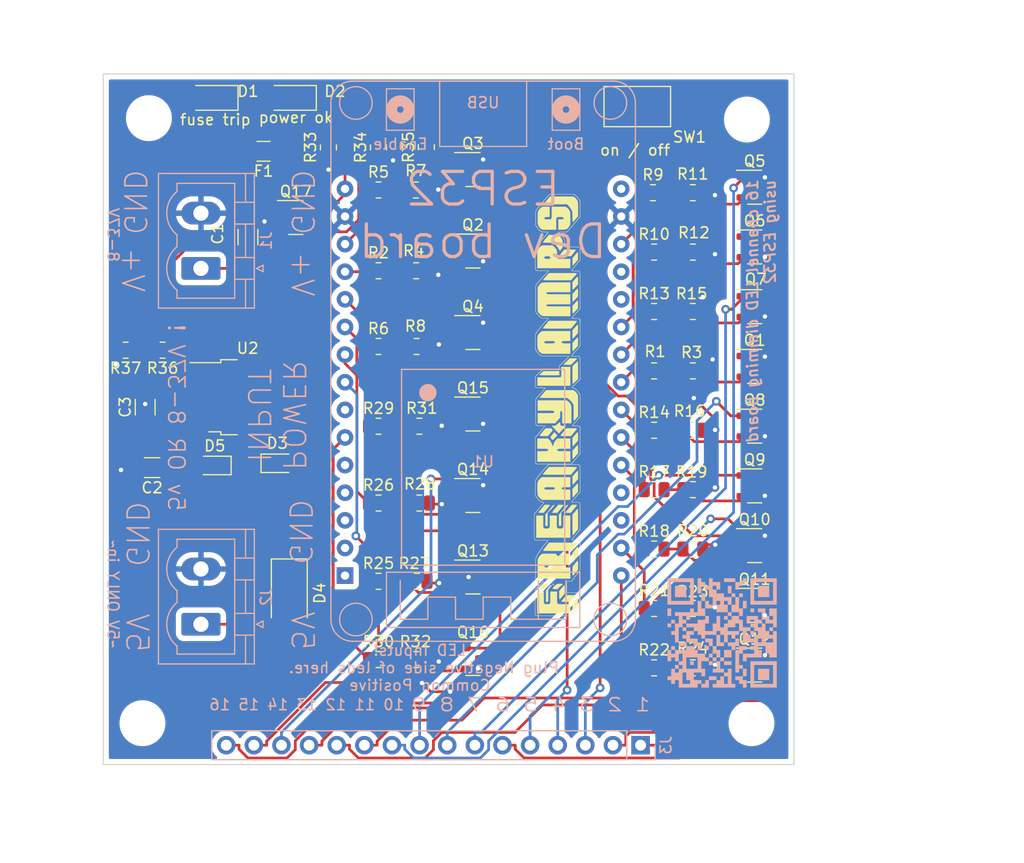
<source format=kicad_pcb>
(kicad_pcb (version 20211014) (generator pcbnew)
  (layers (0 "F.Cu" signal) (31 "B.Cu" signal) (34 "B.Paste" user) (35 "F.Paste" user) (36 "B.SilkS" user "B.Silkscreen") (37 "F.SilkS" user "F.Silkscreen") (38 "B.Mask" user) (39 "F.Mask" user) (44 "Edge.Cuts" user))
  (net 0 "")
  (net 1 "Net-(C2-Pad1)")
  (net 2 "GND")
  (net 3 "+5V")
  (net 4 "+VDC")
  (net 5 "Net-(D1-Pad1)")
  (net 6 "LED_1")
  (net 7 "LED_2")
  (net 8 "LED_3")
  (net 9 "LED_4")
  (net 10 "LED_5")
  (net 11 "LED_6")
  (net 12 "LED_7")
  (net 13 "LED_8")
  (net 14 "LED_9")
  (net 15 "LED_10")
  (net 16 "LED_11")
  (net 17 "LED_12")
  (net 18 "LED_13")
  (net 19 "LED_14")
  (net 20 "LED_15")
  (net 21 "LED_16")
  (net 22 "Net-(Q1-Pad2)")
  (net 23 "Net-(Q2-Pad2)")
  (net 24 "Net-(Q3-Pad2)")
  (net 25 "Net-(Q4-Pad2)")
  (net 26 "Net-(Q5-Pad2)")
  (net 27 "Net-(Q6-Pad2)")
  (net 28 "Net-(Q7-Pad2)")
  (net 29 "Net-(Q8-Pad2)")
  (net 30 "Net-(Q9-Pad2)")
  (net 31 "Net-(Q10-Pad2)")
  (net 32 "Net-(Q11-Pad2)")
  (net 33 "Net-(Q12-Pad2)")
  (net 34 "Net-(Q13-Pad2)")
  (net 35 "Net-(Q14-Pad2)")
  (net 36 "Net-(Q15-Pad2)")
  (net 37 "Net-(Q16-Pad2)")
  (net 38 "PWM_1")
  (net 39 "PWM_3")
  (net 40 "PWM_5")
  (net 41 "PWM_7")
  (net 42 "PWM_9")
  (net 43 "PWM_11")
  (net 44 "PWM_13")
  (net 45 "PWM_15")
  (net 46 "PWM_2")
  (net 47 "PWM_4")
  (net 48 "PWM_6")
  (net 49 "PWM_8")
  (net 50 "PWM_10")
  (net 51 "PWM_12")
  (net 52 "PWM_14")
  (net 53 "PWM_16")
  (net 54 "Net-(D1-Pad2)")
  (net 66 "Net-(D2-Pad1)")
  (net 67 "Net-(D4-Pad2)")
  (net 68 "Net-(R36-Pad2)")
  (net 69 "esp32_power")
  (net 70 "Net-(F1-Pad1)")
  (footprint "Resistor_SMD:R_0805_2012Metric" (layer "F.Cu") (at 139.5495 72.644)
    (fp_text reference "R13")
    (fp_text value "100")
  )
  (footprint "Capacitor_SMD:C_1206_3216Metric_Pad1.33x1.80mm_HandSolder" (layer "F.Cu") (at 93.3875 87 180)
    (fp_text reference "C2")
    (fp_text value "0.1uF")
  )
  (footprint "Resistor_SMD:R_0805_2012Metric" (layer "F.Cu") (at 114.204 90.2547)
    (fp_text reference "R26")
    (fp_text value "100")
  )
  (footprint "Resistor_SMD:R_0805_2012Metric" (layer "F.Cu") (at 143.1055 67.183 180)
    (fp_text reference "R12")
    (fp_text value "10k")
  )
  (footprint "Resistor_SMD:R_0805_2012Metric" (layer "F.Cu") (at 117.633 61.468 180)
    (fp_text reference "R7")
    (fp_text value "10k")
  )
  (footprint "Resistor_SMD:R_0805_2012Metric" (layer "F.Cu") (at 114.204 104.648)
    (fp_text reference "R30")
    (fp_text value "100")
  )
  (footprint "Resistor_SMD:R_0805_2012Metric" (layer "F.Cu") (at 139.5495 89.027)
    (fp_text reference "R17")
    (fp_text value "100")
  )
  (footprint "Resistor_SMD:R_0805_2012Metric" (layer "F.Cu") (at 118.6 57.531 90)
    (fp_text reference "R35")
    (fp_text value "1K")
  )
  (footprint "Resistor_SMD:R_0805_2012Metric" (layer "F.Cu") (at 114.204 97.4513)
    (fp_text reference "R25")
    (fp_text value "100")
  )
  (footprint "Package_TO_SOT_SMD:SOT-23" (layer "F.Cu") (at 148.7955 77.6922)
    (fp_text reference "Q1")
    (fp_text value "NMOS")
  )
  (footprint "Resistor_SMD:R_0805_2012Metric" (layer "F.Cu") (at 143.1055 61.722 180)
    (fp_text reference "R11")
    (fp_text value "10k")
  )
  (footprint "MountingHole:MountingHole_3.2mm_M3" (layer "F.Cu") (at 93.091 54.864)
    (fp_text reference "MH1" hide)
    (fp_text value "MountingHole_3.2mm_M3")
  )
  (footprint "Diode_SMD:D_SOD-323" (layer "F.Cu") (at 104.9 86.6)
    (fp_text reference "D3")
    (fp_text value "1N4148")
  )
  (footprint "Capacitor_SMD:C_1206_3216Metric_Pad1.33x1.80mm_HandSolder" (layer "F.Cu") (at 102.2 65.8 90)
    (fp_text reference "C1")
    (fp_text value "4.7u")
  )
  (footprint "Package_TO_SOT_SMD:SOT-23" (layer "F.Cu") (at 106.6 64)
    (fp_text reference "Q17")
    (fp_text value "Q_PMOS_DGS")
  )
  (footprint "Resistor_SMD:R_0805_2012Metric" (layer "F.Cu") (at 139.5495 83.566)
    (fp_text reference "R14")
    (fp_text value "100")
  )
  (footprint "Resistor_SMD:R_0805_2012Metric" (layer "F.Cu") (at 90.95 76.2 180)
    (fp_text reference "R37")
    (fp_text value "750")
  )
  (footprint "Resistor_SMD:R_0805_2012Metric" (layer "F.Cu") (at 94.35 76.2 180)
    (fp_text reference "R36")
    (fp_text value "240")
  )
  (footprint "Resistor_SMD:R_0805_2012Metric" (layer "F.Cu") (at 114.204 83.1955)
    (fp_text reference "R29")
    (fp_text value "100")
  )
  (footprint "Package_TO_SOT_SMD:SOT-23" (layer "F.Cu") (at 122.8875 82.07)
    (fp_text reference "Q15")
    (fp_text value "NMOS")
  )
  (footprint "Diode_SMD:D_SOD-323" (layer "F.Cu") (at 99.15 86.8 180)
    (fp_text reference "D5")
    (fp_text value "1N4148")
  )
  (footprint "Resistor_SMD:R_0805_2012Metric" (layer "F.Cu") (at 117.7055 75.8613 180)
    (fp_text reference "R8")
    (fp_text value "10k")
  )
  (footprint "Package_TO_SOT_SMD:SOT-23" (layer "F.Cu") (at 122.8875 104.549)
    (fp_text reference "Q16")
    (fp_text value "NMOS")
  )
  (footprint "Package_TO_SOT_SMD:SOT-23" (layer "F.Cu") (at 122.8875 59.591)
    (fp_text reference "Q3")
    (fp_text value "NMOS")
  )
  (footprint "Package_TO_SOT_SMD:SOT-23" (layer "F.Cu") (at 148.7955 88.6777)
    (fp_text reference "Q9")
    (fp_text value "NMOS")
  )
  (footprint "Package_TO_SOT_SMD:SOT-23" (layer "F.Cu") (at 122.8875 97.056)
    (fp_text reference "Q13")
    (fp_text value "NMOS")
  )
  (footprint "Resistor_SMD:R_0805_2012Metric" (layer "F.Cu") (at 143.1055 94.488 180)
    (fp_text reference "R20")
    (fp_text value "10k")
  )
  (footprint "Resistor_SMD:R_0805_2012Metric" (layer "F.Cu") (at 139.5495 67.183)
    (fp_text reference "R10")
    (fp_text value "100")
  )
  (footprint "Resistor_SMD:R_0805_2012Metric" (layer "F.Cu") (at 143.1055 83.566 180)
    (fp_text reference "R16")
    (fp_text value "10k")
  )
  (footprint "Resistor_SMD:R_0805_2012Metric" (layer "F.Cu") (at 109.6 57.5545 90)
    (fp_text reference "R33")
    (fp_text value "1K")
  )
  (footprint "Package_TO_SOT_SMD:SOT-23" (layer "F.Cu") (at 148.7955 105.156)
    (fp_text reference "Q12")
    (fp_text value "NMOS")
  )
  (footprint "Resistor_SMD:R_0805_2012Metric" (layer "F.Cu") (at 117.9595 90.2547 180)
    (fp_text reference "R28")
    (fp_text value "10k")
  )
  (footprint "Package_TO_SOT_SMD:SOT-23" (layer "F.Cu") (at 148.7955 66.7067)
    (fp_text reference "Q6")
    (fp_text value "NMOS")
  )
  (footprint "Package_TO_SOT_SMD:SOT-23" (layer "F.Cu") (at 122.8875 74.577)
    (fp_text reference "Q4")
    (fp_text value "NMOS")
  )
  (footprint "Resistor_SMD:R_0805_2012Metric" (layer "F.Cu") (at 139.5495 94.488)
    (fp_text reference "R18")
    (fp_text value "100")
  )
  (footprint "Diode_SMD:D_SMA" (layer "F.Cu") (at 106 98.8 -90)
    (fp_text reference "D4")
    (fp_text value "D_Schottky")
  )
  (footprint "Package_TO_SOT_SMD:SOT-23" (layer "F.Cu") (at 148.7955 61.214)
    (fp_text reference "Q5")
    (fp_text value "NMOS")
  )
  (footprint "Resistor_SMD:R_0805_2012Metric" (layer "F.Cu") (at 114.204 75.8613)
    (fp_text reference "R6")
    (fp_text value "100")
  )
  (footprint "LED_SMD:LED_1206_3216Metric" (layer "F.Cu") (at 106.2 53 180)
    (fp_text reference "D2")
    (fp_text value "power OK")
  )
  (footprint "Resistor_SMD:R_0805_2012Metric" (layer "F.Cu") (at 117.9595 83.1955 180)
    (fp_text reference "R31")
    (fp_text value "10k")
  )
  (footprint "Package_TO_SOT_SMD:SOT-23" (layer "F.Cu") (at 148.7955 94.1705)
    (fp_text reference "Q10")
    (fp_text value "NMOS")
  )
  (footprint "Resistor_SMD:R_0805_2012Metric" (layer "F.Cu") (at 143.1055 72.644 180)
    (fp_text reference "R15")
    (fp_text value "10k")
  )
  (footprint "Resistor_SMD:R_0805_2012Metric" (layer "F.Cu") (at 117.666 68.8938 180)
    (fp_text reference "R4")
    (fp_text value "10k")
  )
  (footprint "LED_SMD:LED_1206_3216Metric" (layer "F.Cu") (at 99 53 180)
    (fp_text reference "D1")
    (fp_text value "Fuse Trip")
  )
  (footprint "Package_TO_SOT_SMD:TO-252-2" (layer "F.Cu") (at 102.175 80.525)
    (fp_text reference "U2")
    (fp_text value "LM317_TO-252")
  )
  (footprint "Resistor_SMD:R_0805_2012Metric" (layer "F.Cu") (at 143.1055 99.949 180)
    (fp_text reference "R23")
    (fp_text value "10k")
  )
  (footprint "Capacitor_SMD:C_1206_3216Metric_Pad1.33x1.80mm_HandSolder" (layer "F.Cu") (at 92.75 81.4375 90)
    (fp_text reference "C3")
    (fp_text value "1uF")
  )
  (footprint "Package_TO_SOT_SMD:SOT-23" (layer "F.Cu") (at 148.7955 83.185)
    (fp_text reference "Q8")
    (fp_text value "NMOS")
  )
  (footprint "Resistor_SMD:R_0805_2012Metric" (layer "F.Cu") (at 114.204 68.8938)
    (fp_text reference "R2")
    (fp_text value "100")
  )
  (footprint "Resistor_SMD:R_0805_2012Metric" (layer "F.Cu") (at 114.204 61.468)
    (fp_text reference "R5")
    (fp_text value "100")
  )
  (footprint "MountingHole:MountingHole_3.2mm_M3" (layer "F.Cu") (at 92.5 110.5)
    (fp_text reference "MH3" hide)
    (fp_text value "MountingHole_3.2mm_M3")
  )
  (footprint "Resistor_SMD:R_0805_2012Metric" (layer "F.Cu") (at 143.1055 89.027 180)
    (fp_text reference "R19")
    (fp_text value "10k")
  )
  (footprint "Button_Switch_SMD:SW_SPST_CK_RS282G05A3" (layer "F.Cu") (at 138 53.8)
    (fp_text reference "SW1")
    (fp_text value "SW_SPST")
  )
  (footprint "Fuse:Fuse_1206_3216Metric" (layer "F.Cu") (at 103.632 57.912 180)
    (fp_text reference "F1")
    (fp_text value "resettable fuse")
  )
  (footprint "Package_TO_SOT_SMD:SOT-23" (layer "F.Cu") (at 148.7955 99.6632)
    (fp_text reference "Q11")
    (fp_text value "NMOS")
  )
  (footprint "Package_TO_SOT_SMD:SOT-23" (layer "F.Cu") (at 148.7955 72.1995)
    (fp_text reference "Q7")
    (fp_text value "NMOS")
  )
  (footprint "MountingHole:MountingHole_3.2mm_M3" (layer "F.Cu") (at 148.5 110.5)
    (fp_text reference "MH4" hide)
    (fp_text value "MountingHole_3.2mm_M3")
  )
  (footprint "Package_TO_SOT_SMD:SOT-23" (layer "F.Cu") (at 122.8875 67.084)
    (fp_text reference "Q2")
    (fp_text value "NMOS")
  )
  (footprint "Resistor_SMD:R_0805_2012Metric" (layer "F.Cu") (at 114.2 57.5545 90)
    (fp_text reference "R34")
    (fp_text value "10k")
  )
  (footprint "MountingHole:MountingHole_3.2mm_M3" (layer "F.Cu") (at 148.082 54.991)
    (fp_text reference "MH2" hide)
    (fp_text value "MountingHole_3.2mm_M3")
  )
  (footprint "Resistor_SMD:R_0805_2012Metric" (layer "F.Cu") (at 117.7525 97.4513 180)
    (fp_text reference "R27")
    (fp_text value "10k")
  )
  (footprint "Resistor_SMD:R_0805_2012Metric" (layer "F.Cu") (at 117.682 104.648 180)
    (fp_text reference "R32")
    (fp_text value "10k")
  )
  (footprint "Resistor_SMD:R_0805_2012Metric" (layer "F.Cu") (at 139.5495 105.41)
    (fp_text reference "R22")
    (fp_text value "100")
  )
  (footprint "william_custom:freakylampsLogo_smaller" (layer "F.Cu") (at 131 81.4 90)
    (fp_text reference "G***" hide)
    (fp_text value "LOGO" hide)
  )
  (footprint "Package_TO_SOT_SMD:SOT-23" (layer "F.Cu") (at 122.8875 89.563)
    (fp_text reference "Q14")
    (fp_text value "NMOS")
  )
  (footprint "Resistor_SMD:R_0805_2012Metric" (layer "F.Cu") (at 143.1055 105.41 180)
    (fp_text reference "R24")
    (fp_text value "10k")
  )
  (footprint "Resistor_SMD:R_0805_2012Metric" (layer "F.Cu") (at 139.5495 78.105)
    (fp_text reference "R1")
    (fp_text value "100")
  )
  (footprint "Resistor_SMD:R_0805_2012Metric" (layer "F.Cu") (at 143.1055 78.105 180)
    (fp_text reference "R3")
    (fp_text value "10k")
  )
  (footprint "Resistor_SMD:R_0805_2012Metric" (layer "F.Cu") (at 139.5495 99.949)
    (fp_text reference "R21")
    (fp_text value "100")
  )
  (footprint "Resistor_SMD:R_0805_2012Metric" (layer "F.Cu") (at 139.446 61.722)
    (fp_text reference "R9")
    (fp_text value "100")
  )
  (footprint "william_custom:16_channel_pcb" (layer "B.Cu") (at 145.8 102.2 180)
    (fp_text reference "G1" hide)
    (fp_text value "LOGO" hide)
  )
  (footprint "Connector_PinHeader_2.54mm:PinHeader_1x16_P2.54mm_Vertical" (layer "B.Cu") (at 138.303 112.522 90)
    (fp_text reference "J3")
    (fp_text value "Conn_01x16")
  )
  (footprint "Connector_Phoenix_MSTB:PhoenixContact_MSTBVA_2,5_2-G-5,08_1x02_P5.08mm_Vertical" (layer "B.Cu") (at 97.8775 101.4 90)
    (fp_text reference "J2")
    (fp_text value "Conn_01x02")
  )
  (footprint "Espressif:esp32_devkit_v1_doit" (layer "B.Cu") (at 123.825 96.926)
    (fp_text reference "U1")
    (fp_text value "ESP32_DevKit_V1_DOIT")
  )
  (footprint "Connector_Phoenix_MSTB:PhoenixContact_MSTBVA_2,5_2-G-5,08_1x02_P5.08mm_Vertical" (layer "B.Cu") (at 97.8775 68.68 90)
    (fp_text reference "J1")
    (fp_text value "Conn_01x02")
  )
  (gr_line (start 88.9 50.8) (end 88.9 114.3) (layer "Edge.Cuts") (width 0.1))
  (gr_line (start 88.9 114.3) (end 152.4 114.3) (layer "Edge.Cuts") (width 0.1))
  (gr_line (start 152.4 50.8) (end 88.9 50.8) (layer "Edge.Cuts") (width 0.1))
  (gr_line (start 152.4 114.3) (end 152.4 50.8) (layer "Edge.Cuts") (width 0.1))
  (gr_text "5v OR 8-37V !" (at 95.6 82.4 270) (layer "B.SilkS") (effects (font (size 1.5 1.5)) (justify mirror)))
  (gr_text "V+" (at 91.6 68.8 270) (layer "B.SilkS") (effects (font (size 2 2)) (justify mirror)))
  (gr_text "POWER\nINPUT" (at 104.8 82.2 270) (layer "B.SilkS") (effects (font (size 2 2)) (justify mirror)))
  (gr_text "8-37V" (at 89.8 65.6 270) (layer "B.SilkS") (effects (font (size 1 1)) (justify mirror)))
  (gr_text "5V" (at 107.2 102 270) (layer "B.SilkS") (effects (font (size 2 2)) (justify mirror)))
  (gr_text "10 11 12 13 14 15 16" (at 107.6 108.8) (layer "B.SilkS") (effects (font (size 1 1)) (justify mirror)))
  (gr_text "GND	\n	" (at 90.4 92.4 270) (layer "B.SilkS") (effects (font (size 2 2)) (justify mirror)))
  (gr_text "1 2 3 4 5 6 7 8 9" (at 128.2 108.8) (layer "B.SilkS") (effects (font (size 1.2 1.5)) (justify mirror)))
  (gr_text "16 channel LED dimming board\nusing ESP32" (at 149.4 60.4 90) (layer "B.SilkS") (effects (font (size 1 1) (thickness 0.1875) italic) (justify left mirror)))
  (gr_text "V+" (at 107.2 69.2 270) (layer "B.SilkS") (effects (font (size 2 2)) (justify mirror)))
  (gr_text "GND" (at 107.2 62.6 270) (layer "B.SilkS") (effects (font (size 2 2)) (justify mirror)))
  (gr_text "~5V ONLY in~" (at 89.8 98.6 270) (layer "B.SilkS") (effects (font (size 1 1)) (justify mirror)))
  (gr_text "GND	\n	" (at 105.4 92.2 270) (layer "B.SilkS") (effects (font (size 2 2)) (justify mirror)))
  (gr_text "ESP32\nDev board" (at 123.8 63.8) (layer "B.SilkS") (effects (font (size 3 3) (thickness 0.3)) (justify mirror)))
  (gr_text "GND" (at 91.8 62.6 270) (layer "B.SilkS") (effects (font (size 2 2)) (justify mirror)))
  (gr_text "5V" (at 92 102.2 270) (layer "B.SilkS") (effects (font (size 2 2)) (justify mirror)))
  (gr_text "LED inputs!\nPlug Negative side of leds here. \nCommon Positive" (at 118 105.4) (layer "B.SilkS") (effects (font (size 1 1)) (justify mirror)))
  (gr_text "fuse trip" (at 99.2 55) (layer "F.SilkS") (effects (font (size 1 1))))
  (gr_text "on / off" (at 137.8 57.8) (layer "F.SilkS") (effects (font (size 1 1))))
  (gr_text "power ok" (at 106.6 54.8) (layer "F.SilkS") (effects (font (size 1 1))))
  (segment (start 97.975 83.7301) (end 97.975 84.3738) (width 0.25) (layer "F.Cu") (net 1))
  (segment (start 99.8511 86.2499) (end 100.2 86.2499) (width 0.25) (layer "F.Cu") (net 1))
  (segment (start 97.975 82.805) (end 97.975 83.7301) (width 0.25) (layer "F.Cu") (net 1))
  (segment (start 103.1498 86.5249) (end 103.2249 86.6) (width 0.25) (layer "F.Cu") (net 1))
  (segment (start 100.2 86.5249) (end 100.2 86.2499) (width 0.25) (layer "F.Cu") (net 1))
  (segment (start 97.975 84.3738) (end 99.8511 86.2499) (width 0.25) (layer "F.Cu") (net 1))
  (segment (start 103.85 86.6) (end 103.2249 86.6) (width 0.25) (layer "F.Cu") (net 1))
  (segment (start 100.2 86.5249) (end 103.1498 86.5249) (width 0.25) (layer "F.Cu") (net 1))
  (segment (start 97.975 84.3738) (end 95.3488 87) (width 0.25) (layer "F.Cu") (net 1))
  (segment (start 95.3488 87) (end 94.95 87) (width 0.25) (layer "F.Cu") (net 1))
  (segment (start 100.2 86.8) (end 100.2 86.5249) (width 0.25) (layer "F.Cu") (net 1))
  (segment (start 145.1521 82.5521) (end 143.2 80.6) (width 0.25) (layer "F.Cu") (net 2))
  (segment (start 120.8 107.6) (end 119 107.6) (width 0.25) (layer "F.Cu") (net 2))
  (segment (start 144.1124 99.8546) (end 144.018 99.949) (width 0.25) (layer "F.Cu") (net 2))
  (segment (start 149.733 73.1012) (end 149.733 72.1995) (width 0.25) (layer "F.Cu") (net 2))
  (segment (start 118.9748 90.3575) (end 118.872 90.2547) (width 0.25) (layer "F.Cu") (net 2))
  (segment (start 122.4851 97.056) (end 123.825 97.056) (width 0.25) (layer "F.Cu") (net 2))
  (segment (start 149.733 105.156) (end 149.733 104.2495) (width 0.25) (layer "F.Cu") (net 2))
  (segment (start 120.018 90.3575) (end 118.9748 90.3575) (width 0.25) (layer "F.Cu") (net 2))
  (segment (start 118.296 58.7475) (end 118.6 58.4435) (width 0.25) (layer "F.Cu") (net 2))
  (segment (start 119.7551 75.6752) (end 118.8041 75.6752) (width 0.25) (layer "F.Cu") (net 2))
  (segment (start 118.8262 97.6125) (end 118.665 97.4513) (width 0.25) (layer "F.Cu") (net 2))
  (segment (start 123.825 59.591) (end 123.825 58.6668) (width 0.25) (layer "F.Cu") (net 2))
  (segment (start 115.5405 58.7475) (end 118.296 58.7475) (width 0.25) (layer "F.Cu") (net 2))
  (segment (start 149.733 84.1152) (end 149.733 83.185) (width 0.25) (layer "F.Cu") (net 2))
  (segment (start 145.1521 83.5304) (end 145.1521 82.5521) (width 0.25) (layer "F.Cu") (net 2))
  (segment (start 149.733 100.5801) (end 149.733 99.6632) (width 0.25) (layer "F.Cu") (net 2))
  (segment (start 145.1438 61.9417) (end 144.2377 61.9417) (width 0.25) (layer "F.Cu") (net 2))
  (segment (start 149.733 76.7863) (end 149.733 77.6922) (width 0.25) (layer "F.Cu") (net 2))
  (segment (start 144.018 77.9593) (end 144.018 78.105) (width 0.25) (layer "F.Cu") (net 2))
  (segment (start 118.9181 83.1494) (end 118.872 83.1955) (width 0.25) (layer "F.Cu") (net 2))
  (segment (start 145.1521 83.5304) (end 144.0536 83.5304) (width 0.25) (layer "F.Cu") (net 2))
  (segment (start 123.825 82.9722) (end 123.825 82.07) (width 0.25) (layer "F.Cu") (net 2))
  (segment (start 119 107.6) (end 118.2 106.8) (width 0.25) (layer "F.Cu") (net 2))
  (segment (start 119.6966 61.4322) (end 118.5813 61.4322) (width 0.25) (layer "F.Cu") (net 2))
  (segment (start 123.3736 105.4547) (end 123.825 105.0033) (width 0.25) (layer "F.Cu") (net 2))
  (segment (start 123.825 105.0033) (end 123.825 104.549) (width 0.25) (layer "F.Cu") (net 2))
  (segment (start 145.1357 88.8251) (end 144.2199 88.8251) (width 0.25) (layer "F.Cu") (net 2))
  (segment (start 144.4234 94.0826) (end 144.018 94.488) (width 0.25) (layer "F.Cu") (net 2))
  (segment (start 119.7413 104.8293) (end 118.7758 104.8293) (width 0.25) (layer "F.Cu") (net 2))
  (segment (start 119.6999 69.2727) (end 118.9574 69.2727) (width 0.25) (layer "F.Cu") (net 2))
  (segment (start 149.733 89.5898) (end 149.733 88.6777) (width 0.25) (layer "F.Cu") (net 2))
  (segment (start 91.6091 87.2159) (end 91.825 87) (width 0.25) (layer "F.Cu") (net 2))
  (segment (start 118.5813 61.4322) (end 118.5455 61.468) (width 0.25) (layer "F.Cu") (net 2))
  (segment (start 145.1448 67.3722) (end 144.2072 67.3722) (width 0.25) (layer "F.Cu") (net 2))
  (segment (start 144.2199 88.8251) (end 144.018 89.027) (width 0.25) (layer "F.Cu") (net 2))
  (segment (start 119.7827 97.6125) (end 118.8262 97.6125) (width 0.25) (layer "F.Cu") (net 2))
  (segment (start 144.0536 83.5304) (end 144.018 83.566) (width 0.25) (layer "F.Cu") (net 2))
  (segment (start 118.8041 75.6752) (end 118.618 75.8613) (width 0.25) (layer "F.Cu") (net 2))
  (segment (start 149.733 67.6277) (end 149.733 66.7067) (width 0.25) (layer "F.Cu") (net 2))
  (segment (start 118.9574 69.2727) (end 118.5785 68.8938) (width 0.25) (layer "F.Cu") (net 2))
  (segment (start 144.9247 77.0526) (end 144.018 77.9593) (width 0.25) (layer "F.Cu") (net 2))
  (segment (start 109.6 59.5967) (end 109.6 58.467) (width 0.25) (layer "F.Cu") (net 2))
  (segment (start 102.3231 64.3606) (end 102.2 64.2375) (width 0.25) (layer "F.Cu") (net 2))
  (segment (start 120.018 83.1494) (end 118.9181 83.1494) (width 0.25) (layer "F.Cu") (net 2))
  (segment (start 123.825 73.6722) (end 123.825 74.577) (width 0.25) (layer "F.Cu") (net 2))
  (segment (start 123.825 88.6162) (end 123.825 89.563) (width 0.25) (layer "F.Cu") (net 2))
  (segment (start 145.1642 94.0826) (end 144.4234 94.0826) (width 0.25) (layer "F.Cu") (net 2))
  (segment (start 123.825 67.084) (end 123.825 68.0212) (width 0.25) (layer "F.Cu") (net 2))
  (segment (start 118.7758 104.8293) (end 118.5945 104.648) (width 0.25) (layer "F.Cu") (net 2))
  (segment (start 114.4805 58.7475) (end 115.5405 58.7475) (width 0.25) (layer "F.Cu") (net 2))
  (segment (start 90.5275 87.2159) (end 91.6091 87.2159) (width 0.25) (layer "F.Cu") (net 2))
  (segment (start 114.2 58.467) (end 114.4805 58.7475) (width 0.25) (layer "F.Cu") (net 2))
  (segment (start 92.75 79.875) (end 92.75 81.1461) (width 0.25) (layer "F.Cu") (net 2))
  (segment (start 144.2072 67.3722) (end 144.018 67.183) (width 0.25) (layer "F.Cu") (net 2))
  (segment (start 90.0375 76.2) (end 90.0375 77.5199) (width 0.25) (layer "F.Cu") (net 2))
  (segment (start 149.733 61.214) (end 149.733 60.3102) (width 0.25) (layer "F.Cu") (net 2))
  (segment (start 145.1317 99.8546) (end 144.1124 99.8546) (width 0.25) (layer "F.Cu") (net 2))
  (segment (start 144.3111 105.1169) (end 144.018 105.41) (width 0.25) (layer "F.Cu") (net 2))
  (segment (start 144.018 72.644) (end 144.018 71.3128) (width 0.25) (layer "F.Cu") (net 2))
  (segment (start 145.1447 105.1169) (end 144.3111 105.1169) (width 0.25) (layer "F.Cu") (net 2))
  (segment (start 149.733 93.2584) (end 149.733 94.1705) (width 0.25) (layer "F.Cu") (net 2))
  (segment (start 144.2377 61.9417) (end 144.018 61.722) (width 0.25) (layer "F.Cu") (net 2))
  (segment (start 103.7204 64.3606) (end 102.3231 64.3606) (width 0.25) (layer "F.Cu") (net 2))
  (via (at 119.7413 104.8293) (size 0.8) (drill 0.4) (layers "F.Cu" "B.Cu") (net 2))
  (via (at 123.825 58.6668) (size 0.8) (drill 0.4) (layers "F.Cu" "B.Cu") (net 2))
  (via (at 145.1357 88.8251) (size 0.8) (drill 0.4) (layers "F.Cu" "B.Cu") (net 2))
  (via (at 145.1448 67.3722) (size 0.8) (drill 0.4) (layers "F.Cu" "B.Cu") (net 2))
  (via (at 119.7551 75.6752) (size 0.8) (drill 0.4) (layers "F.Cu" "B.Cu") (net 2))
  (via (at 149.733 60.3102) (size 0.8) (drill 0.4) (layers "F.Cu" "B.Cu") (net 2))
  (via (at 145.1521 83.5304) (size 0.8) (drill 0.4) (layers "F.Cu" "B.Cu") (net 2))
  (via (at 120.018 83.1494) (size 0.8) (drill 0.4) (layers "F.Cu" "B.Cu") (net 2))
  (via (at 145.1438 61.9417) (size 0.8) (drill 0.4) (layers "F.Cu" "B.Cu") (net 2))
  (via (at 144.018 71.3128) (size 0.8) (drill 0.4) (layers "F.Cu" "B.Cu") (net 2))
  (via (at 149.733 89.5898) (size 0.8) (drill 0.4) (layers "F.Cu" "B.Cu") (net 2))
  (via (at 115.5405 58.7475) (size 0.8) (drill 0.4) (layers "F.Cu" "B.Cu") (net 2))
  (via (at 145.1642 94.0826) (size 0.8) (drill 0.4) (layers "F.Cu" "B.Cu") (net 2))
  (via (at 120.8 107.6) (size 0.8) (drill 0.4) (layers "F.Cu" "B.Cu") (net 2))
  (via (at 149.733 104.2495) (size 0.8) (drill 0.4) (layers "F.Cu" "B.Cu") (net 2))
  (via (at 119.7827 97.6125) (size 0.8) (drill 0.4) (layers "F.Cu" "B.Cu") (net 2))
  (via (at 90.0375 77.5199) (size 0.8) (drill 0.4) (layers "F.Cu" "B.Cu") (net 2))
  (via (at 123.825 88.6162) (size 0.8) (drill 0.4) (layers "F.Cu" "B.Cu") (net 2))
  (via (at 109.6 59.5967) (size 0.8) (drill 0.4) (layers "F.Cu" "B.Cu") (net 2))
  (via (at 92.75 81.1461) (size 0.8) (drill 0.4) (layers "F.Cu" "B.Cu") (net 2))
  (via (at 145.1317 99.8546) (size 0.8) (drill 0.4) (layers "F.Cu" "B.Cu") (net 2))
  (via (at 90.5275 87.2159) (size 0.8) (drill 0.4) (layers "F.Cu" "B.Cu") (net 2))
  (via (at 123.825 82.9722) (size 0.8) (drill 0.4) (layers "F.Cu" "B.Cu") (net 2))
  (via (at 149.733 84.1152) (size 0.8) (drill 0.4) (layers "F.Cu" "B.Cu") (net 2))
  (via (at 143.2 80.6) (size 0.8) (drill 0.4) (layers "F.Cu" "B.Cu") (net 2))
  (via (at 122.4851 97.056) (size 0.8) (drill 0.4) (layers "F.Cu" "B.Cu") (net 2))
  (via (at 123.825 73.6722) (size 0.8) (drill 0.4) (layers "F.Cu" "B.Cu") (net 2))
  (via (at 144.9247 77.0526) (size 0.8) (drill 0.4) (layers "F.Cu" "B.Cu") (net 2))
  (via (at 119.6999 69.2727) (size 0.8) (drill 0.4) (layers "F.Cu" "B.Cu") (net 2))
  (via (at 149.733 73.1012) (size 0.8) (drill 0.4) (layers "F.Cu" "B.Cu") (net 2))
  (via (at 119.6966 61.4322) (size 0.8) (drill 0.4) (layers "F.Cu" "B.Cu") (net 2))
  (via (at 149.733 93.2584) (size 0.8) (drill 0.4) (layers "F.Cu" "B.Cu") (net 2))
  (via (at 118.2 106.8) (size 0.8) (drill 0.4) (layers "F.Cu" "B.Cu") (net 2))
  (via (at 149.733 67.6277) (size 0.8) (drill 0.4) (layers "F.Cu" "B.Cu") (net 2))
  (via (at 103.7204 64.3606) (size 0.8) (drill 0.4) (layers "F.Cu" "B.Cu") (net 2))
  (via (at 145.1447 105.1169) (size 0.8) (drill 0.4) (layers "F.Cu" "B.Cu") (net 2))
  (via (at 149.733 76.7863) (size 0.8) (drill 0.4) (layers "F.Cu" "B.Cu") (net 2))
  (via (at 123.3736 105.4547) (size 0.8) (drill 0.4) (layers "F.Cu" "B.Cu") (net 2))
  (via (at 123.825 68.0212) (size 0.8) (drill 0.4) (layers "F.Cu" "B.Cu") (net 2))
  (via (at 149.733 100.5801) (size 0.8) (drill 0.4) (layers "F.Cu" "B.Cu") (net 2))
  (via (at 120.018 90.3575) (size 0.8) (drill 0.4) (layers "F.Cu" "B.Cu") (net 2))
  (segment (start 93.3875 83) (end 92.75 83) (width 0.25) (layer "F.Cu") (net 3))
  (segment (start 95.2625 68.1218) (end 95.2625 76.2) (width 0.25) (layer "F.Cu") (net 3))
  (segment (start 107.7404 65.908) (end 97.4763 65.908) (width 0.25) (layer "F.Cu") (net 3))
  (segment (start 112.383 64.1999) (end 111.2694 65.3135) (width 0.25) (layer "F.Cu") (net 3))
  (segment (start 134.1 53.8) (end 125.3728 53.8) (width 0.25) (layer "F.Cu") (net 3))
  (segment (start 98.1 86.8) (end 98.1 87.3501) (width 0.25) (layer "F.Cu") (net 3))
  (segment (start 104.7749 95.5748) (end 97.3251 88.125) (width 0.25) (layer "F.Cu") (net 3))
  (segment (start 97.4763 65.908) (end 95.2625 68.1218) (width 0.25) (layer "F.Cu") (net 3))
  (segment (start 95.9184 80.4691) (end 93.3875 83) (width 0.25) (layer "F.Cu") (net 3))
  (segment (start 97.1847 88.2654) (end 97.3251 88.125) (width 0.25) (layer "F.Cu") (net 3))
  (segment (start 125.3728 53.8) (end 119.2991 59.8737) (width 0.25) (layer "F.Cu") (net 3))
  (segment (start 99.4041 80.4691) (end 95.9184 80.4691) (width 0.25) (layer "F.Cu") (net 3))
  (segment (start 93.3875 83) (end 93.3875 87.3234) (width 0.25) (layer "F.Cu") (net 3))
  (segment (start 98.0903 76.2) (end 95.2625 76.2) (width 0.25) (layer "F.Cu") (net 3))
  (segment (start 97.3251 88.125) (end 98.1 87.3501) (width 0.25) (layer "F.Cu") (net 3))
  (segment (start 93.3875 87.3234) (end 94.3295 88.2654) (width 0.25) (layer "F.Cu") (net 3))
  (segment (start 104.275 80.525) (end 100.7499 80.525) (width 0.25) (layer "F.Cu") (net 3))
  (segment (start 111.2694 65.3135) (end 108.3349 65.3135) (width 0.25) (layer "F.Cu") (net 3))
  (segment (start 108.3349 65.3135) (end 107.7404 65.908) (width 0.25) (layer "F.Cu") (net 3))
  (segment (start 94.3295 88.2654) (end 97.1847 88.2654) (width 0.25) (layer "F.Cu") (net 3))
  (segment (start 106 96.8) (end 104.7749 96.8) (width 0.25) (layer "F.Cu") (net 3))
  (segment (start 104.7749 96.8) (end 104.7749 95.5748) (width 0.25) (layer "F.Cu") (net 3))
  (segment (start 100.7499 80.525) (end 99.46 80.525) (width 0.25) (layer "F.Cu") (net 3))
  (segment (start 99.46 80.525) (end 99.4041 80.4691) (width 0.25) (layer "F.Cu") (net 3))
  (segment (start 99.4041 80.4691) (end 99.4041 77.5138) (width 0.25) (layer "F.Cu") (net 3))
  (segment (start 99.4041 77.5138) (end 98.0903 76.2) (width 0.25) (layer "F.Cu") (net 3))
  (segment (start 119.2991 59.8737) (end 113.3541 59.8737) (width 0.25) (layer "F.Cu") (net 3))
  (segment (start 113.3541 59.8737) (end 112.383 60.8448) (width 0.25) (layer "F.Cu") (net 3))
  (segment (start 112.383 60.8448) (end 112.383 64.1999) (width 0.25) (layer "F.Cu") (net 3))
  (segment (start 105.95 86.6) (end 105.95 86.0499) (width 0.25) (layer "F.Cu") (net 4))
  (segment (start 97.8775 68.68) (end 100.8825 68.68) (width 0.25) (layer "F.Cu") (net 4))
  (segment (start 100.8825 68.68) (end 107.8476 75.6451) (width 0.25) (layer "F.Cu") (net 4))
  (segment (start 107.8476 84.1523) (end 105.95 86.0499) (width 0.25) (layer "F.Cu") (net 4))
  (segment (start 107.8476 75.6451) (end 107.8476 84.1523) (width 0.25) (layer "F.Cu") (net 4))
  (segment (start 100.8825 68.68) (end 102.2 67.3625) (width 0.25) (layer "F.Cu") (net 4))
  (segment (start 109.6 56.642) (end 104.6786 56.642) (width 0.25) (layer "F.Cu") (net 5))
  (segment (start 104.6786 56.642) (end 101.0366 53) (width 0.25) (layer "F.Cu") (net 5))
  (segment (start 101.0366 53) (end 100.4 53) (width 0.25) (layer "F.Cu") (net 5))
  (segment (start 147.091 107.5178) (end 142.0868 112.522) (width 0.25) (layer "F.Cu") (net 6))
  (segment (start 138.303 112.522) (end 139.4781 112.522) (width 0.25) (layer "F.Cu") (net 6))
  (segment (start 151.3057 105.6456) (end 149.4335 107.5178) (width 0.25) (layer "F.Cu") (net 6))
  (segment (start 147.858 77.2297) (end 151.3057 80.6774) (width 0.25) (layer "F.Cu") (net 6))
  (segment (start 147.858 76.7422) (end 147.858 77.2297) (width 0.25) (layer "F.Cu") (net 6))
  (segment (start 149.4335 107.5178) (end 147.091 107.5178) (width 0.25) (layer "F.Cu") (net 6))
  (segment (start 142.0868 112.522) (end 139.4781 112.522) (width 0.25) (layer "F.Cu") (net 6))
  (segment (start 151.3057 80.6774) (end 151.3057 105.6456) (width 0.25) (layer "F.Cu") (net 6))
  (segment (start 126.8808 71.0592) (end 126.8808 68.6571) (width 0.25) (layer "F.Cu") (net 7))
  (segment (start 136.9381 112.522) (end 136.9381 111.7141) (width 0.25) (layer "F.Cu") (net 7))
  (segment (start 145.7969 93.2675) (end 143.145 93.2675) (width 0.25) (layer "F.Cu") (net 7))
  (segment (start 136.9381 111.7141) (end 137.3053 111.3469) (width 0.25) (layer "F.Cu") (net 7))
  (segment (start 149.247 107.0677) (end 150.8355 105.4792) (width 0.25) (layer "F.Cu") (net 7))
  (segment (start 141.3538 111.3469) (end 145.633 107.0677) (width 0.25) (layer "F.Cu") (net 7))
  (segment (start 136.2376 80.416) (end 126.8808 71.0592) (width 0.25) (layer "F.Cu") (net 7))
  (segment (start 148.3695 94.2195) (end 146.7489 94.2195) (width 0.25) (layer "F.Cu") (net 7))
  (segment (start 143.145 93.2675) (end 139.5495 89.672) (width 0.25) (layer "F.Cu") (net 7))
  (segment (start 137.3053 111.3469) (end 141.3538 111.3469) (width 0.25) (layer "F.Cu") (net 7))
  (segment (start 146.7489 94.2195) (end 145.7969 93.2675) (width 0.25) (layer "F.Cu") (net 7))
  (segment (start 139.2358 87.2917) (end 139.4822 87.0453) (width 0.25) (layer "F.Cu") (net 7))
  (segment (start 150.8355 105.4792) (end 150.8355 96.6855) (width 0.25) (layer "F.Cu") (net 7))
  (segment (start 124.3577 66.134) (end 121.95 66.134) (width 0.25) (layer "F.Cu") (net 7))
  (segment (start 139.4822 82.8608) (end 137.0374 80.416) (width 0.25) (layer "F.Cu") (net 7))
  (segment (start 150.8355 96.6855) (end 148.3695 94.2195) (width 0.25) (layer "F.Cu") (net 7))
  (segment (start 135.763 112.522) (end 136.9381 112.522) (width 0.25) (layer "F.Cu") (net 7))
  (segment (start 139.4822 87.0453) (end 139.4822 82.8608) (width 0.25) (layer "F.Cu") (net 7))
  (segment (start 137.0374 80.416) (end 136.2376 80.416) (width 0.25) (layer "F.Cu") (net 7))
  (segment (start 145.633 107.0677) (end 149.247 107.0677) (width 0.25) (layer "F.Cu") (net 7))
  (segment (start 139.2358 88.0565) (end 139.2358 87.2917) (width 0.25) (layer "F.Cu") (net 7))
  (segment (start 139.5495 89.672) (end 139.5495 88.3702) (width 0.25) (layer "F.Cu") (net 7))
  (segment (start 126.8808 68.6571) (end 124.3577 66.134) (width 0.25) (layer "F.Cu") (net 7))
  (segment (start 139.5495 88.3702) (end 139.2358 88.0565) (width 0.25) (layer "F.Cu") (net 7))
  (segment (start 121.95 59.1285) (end 121.95 58.641) (width 0.25) (layer "F.Cu") (net 8))
  (segment (start 116.1055 71.416) (end 114.2772 69.5877) (width 0.25) (layer "F.Cu") (net 8))
  (segment (start 123.0613 60.8854) (end 123.0613 60.2398) (width 0.25) (layer "F.Cu") (net 8))
  (segment (start 134.585 107.2472) (end 134.585 83.4034) (width 0.25) (layer "F.Cu") (net 8))
  (segment (start 134.585 83.4034) (end 122.5976 71.416) (width 0.25) (layer "F.Cu") (net 8))
  (segment (start 122.234 61.7127) (end 123.0613 60.8854) (width 0.25) (layer "F.Cu") (net 8))
  (segment (start 114.2772 69.5877) (end 114.2772 68.1979) (width 0.25) (layer "F.Cu") (net 8))
  (segment (start 123.0613 60.2398) (end 121.95 59.1285) (width 0.25) (layer "F.Cu") (net 8))
  (segment (start 120.7624 61.7127) (end 122.234 61.7127) (width 0.25) (layer "F.Cu") (net 8))
  (segment (start 114.2772 68.1979) (end 120.7624 61.7127) (width 0.25) (layer "F.Cu") (net 8))
  (segment (start 122.5976 71.416) (end 116.1055 71.416) (width 0.25) (layer "F.Cu") (net 8))
  (via (at 134.585 107.2472) (size 0.8) (drill 0.4) (layers "F.Cu" "B.Cu") (net 8))
  (segment (start 133.223 112.522) (end 133.223 108.6092) (width 0.25) (layer "B.Cu") (net 8))
  (segment (start 133.223 108.6092) (end 134.585 107.2472) (width 0.25) (layer "B.Cu") (net 8))
  (segment (start 131.5493 83.7138) (end 121.95 74.1145) (width 0.25) (layer "F.Cu") (net 9))
  (segment (start 131.5493 107.4497) (end 131.5493 83.7138) (width 0.25) (layer "F.Cu") (net 9))
  (segment (start 121.95 74.1145) (end 121.95 73.627) (width 0.25) (layer "F.Cu") (net 9))
  (via (at 131.5493 107.4497) (size 0.8) (drill 0.4) (layers "F.Cu" "B.Cu") (net 9))
  (segment (start 130.683 112.522) (end 130.683 108.316) (width 0.25) (layer "B.Cu") (net 9))
  (segment (start 130.683 108.316) (end 131.5493 107.4497) (width 0.25) (layer "B.Cu") (net 9))
  (segment (start 147.858 60.264) (end 146.8586 61.2634) (width 0.25) (layer "F.Cu") (net 10))
  (segment (start 146.8586 61.2634) (end 146.8586 61.2921) (width 0.25) (layer "F.Cu") (net 10))
  (via (at 146.8586 61.2921) (size 0.8) (drill 0.4) (layers "F.Cu" "B.Cu") (net 10))
  (segment (start 146.8586 61.2921) (end 146.8586 91.115) (width 0.25) (layer "B.Cu") (net 10))
  (segment (start 128.143 109.8306) (end 128.143 111.3469) (width 0.25) (layer "B.Cu") (net 10))
  (segment (start 128.143 112.522) (end 128.143 111.3469) (width 0.25) (layer "B.Cu") (net 10))
  (segment (start 146.8586 91.115) (end 128.143 109.8306) (width 0.25) (layer "B.Cu") (net 10))
  (segment (start 151.7593 67.2577) (end 150.2583 65.7567) (width 0.25) (layer "F.Cu") (net 11))
  (segment (start 151.7593 105.8486) (end 151.7593 67.2577) (width 0.25) (layer "F.Cu") (net 11))
  (segment (start 125.603 112.522) (end 126.7781 112.522) (width 0.25) (layer "F.Cu") (net 11))
  (segment (start 127.5861 113.6972) (end 141.8391 113.6972) (width 0.25) (layer "F.Cu") (net 11))
  (segment (start 126.7781 112.522) (end 126.7781 112.8892) (width 0.25) (layer "F.Cu") (net 11))
  (segment (start 141.8391 113.6972) (end 147.1057 108.4306) (width 0.25) (layer "F.Cu") (net 11))
  (segment (start 150.2583 65.7567) (end 147.858 65.7567) (width 0.25) (layer "F.Cu") (net 11))
  (segment (start 147.1057 108.4306) (end 149.1773 108.4306) (width 0.25) (layer "F.Cu") (net 11))
  (segment (start 126.7781 112.8892) (end 127.5861 113.6972) (width 0.25) (layer "F.Cu") (net 11))
  (segment (start 149.1773 108.4306) (end 151.7593 105.8486) (width 0.25) (layer "F.Cu") (net 11))
  (segment (start 146.1182 72.4418) (end 146.1182 72.4419) (width 0.25) (layer "F.Cu") (net 12))
  (segment (start 146.6657 72.4418) (end 146.1182 72.4418) (width 0.25) (layer "F.Cu") (net 12))
  (segment (start 147.858 71.2495) (end 146.6657 72.4418) (width 0.25) (layer "F.Cu") (net 12))
  (via (at 146.1182 72.4419) (size 0.8) (drill 0.4) (layers "F.Cu" "B.Cu") (net 12))
  (segment (start 123.063 112.522) (end 123.063 111.3469) (width 0.25) (layer "B.Cu") (net 12))
  (segment (start 123.063 111.3469) (end 123.6506 111.3469) (width 0.25) (layer "B.Cu") (net 12))
  (segment (start 146.1182 88.8793) (end 146.1182 72.4419) (width 0.25) (layer "B.Cu") (net 12))
  (segment (start 123.6506 111.3469) (end 146.1182 88.8793) (width 0.25) (layer "B.Cu") (net 12))
  (segment (start 145.2657 80.9029) (end 146.5978 82.235) (width 0.25) (layer "F.Cu") (net 13))
  (segment (start 146.5978 82.235) (end 147.858 82.235) (width 0.25) (layer "F.Cu") (net 13))
  (via (at 145.2657 80.9029) (size 0.8) (drill 0.4) (layers "F.Cu" "B.Cu") (net 13))
  (segment (start 134.3233 97.5466) (end 134.3233 95.0353) (width 0.25) (layer "B.Cu") (net 13))
  (segment (start 136.2426 93.116) (end 136.8015 93.116) (width 0.25) (layer "B.Cu") (net 13))
  (segment (start 143.4903 86.4272) (end 143.4903 82.6783) (width 0.25) (layer "B.Cu") (net 13))
  (segment (start 143.4903 82.6783) (end 145.2657 80.9029) (width 0.25) (layer "B.Cu") (net 13))
  (segment (start 134.3233 95.0353) (end 136.2426 93.116) (width 0.25) (layer "B.Cu") (net 13))
  (segment (start 120.523 112.522) (end 120.523 111.3469) (width 0.25) (layer "B.Cu") (net 13))
  (segment (start 136.8015 93.116) (end 143.4903 86.4272) (width 0.25) (layer "B.Cu") (net 13))
  (segment (start 120.523 111.3469) (end 134.3233 97.5466) (width 0.25) (layer "B.Cu") (net 13))
  (segment (start 147.8318 87.7015) (end 147.858 87.7277) (width 0.25) (layer "F.Cu") (net 14))
  (segment (start 139.9783 87.7015) (end 147.8318 87.7015) (width 0.25) (layer "F.Cu") (net 14))
  (via (at 139.9783 87.7015) (size 0.8) (drill 0.4) (layers "F.Cu" "B.Cu") (net 14))
  (segment (start 137.1038 90.576) (end 139.9783 87.7015) (width 0.25) (layer "B.Cu") (net 14))
  (segment (start 117.983 112.522) (end 117.983 108.8282) (width 0.25) (layer "B.Cu") (net 14))
  (segment (start 136.2352 90.576) (end 137.1038 90.576) (width 0.25) (layer "B.Cu") (net 14))
  (segment (start 117.983 108.8282) (end 136.2352 90.576) (width 0.25) (layer "B.Cu") (net 14))
  (segment (start 147.858 93.2205) (end 146.3497 91.7122) (width 0.25) (layer "F.Cu") (net 15))
  (segment (start 146.3497 91.7122) (end 144.7413 91.7122) (width 0.25) (layer "F.Cu") (net 15))
  (via (at 144.7413 91.7122) (size 0.8) (drill 0.4) (layers "F.Cu" "B.Cu") (net 15))
  (segment (start 123.5664 113.7021) (end 124.333 112.9355) (width 0.25) (layer "B.Cu") (net 15))
  (segment (start 116.6181 112.522) (end 116.6181 112.8892) (width 0.25) (layer "B.Cu") (net 15))
  (segment (start 117.431 113.7021) (end 123.5664 113.7021) (width 0.25) (layer "B.Cu") (net 15))
  (segment (start 124.333 112.9355) (end 124.333 112.1205) (width 0.25) (layer "B.Cu") (net 15))
  (segment (start 124.333 112.1205) (end 144.7413 91.7122) (width 0.25) (layer "B.Cu") (net 15))
  (segment (start 115.443 112.522) (end 116.6181 112.522) (width 0.25) (layer "B.Cu") (net 15))
  (segment (start 116.6181 112.8892) (end 117.431 113.7021) (width 0.25) (layer "B.Cu") (net 15))
  (segment (start 123.9098 108.1821) (end 137.4065 108.1821) (width 0.25) (layer "F.Cu") (net 16))
  (segment (start 121.8702 110.2217) (end 123.9098 108.1821) (width 0.25) (layer "F.Cu") (net 16))
  (segment (start 140.1692 98.7132) (end 147.858 98.7132) (width 0.25) (layer "F.Cu") (net 16))
  (segment (start 112.903 112.522) (end 114.0781 112.522) (width 0.25) (layer "F.Cu") (net 16))
  (segment (start 139.5495 106.0391) (end 139.5495 99.3329) (width 0.25) (layer "F.Cu") (net 16))
  (segment (start 114.0781 112.522) (end 114.0781 112.1548) (width 0.25) (layer "F.Cu") (net 16))
  (segment (start 137.4065 108.1821) (end 139.5495 106.0391) (width 0.25) (layer "F.Cu") (net 16))
  (segment (start 139.5495 99.3329) (end 140.1692 98.7132) (width 0.25) (layer "F.Cu") (net 16))
  (segment (start 116.0112 110.2217) (end 121.8702 110.2217) (width 0.25) (layer "F.Cu") (net 16))
  (segment (start 114.0781 112.1548) (end 116.0112 110.2217) (width 0.25) (layer "F.Cu") (net 16))
  (segment (start 118.4864 113.7021) (end 119.253 112.9355) (width 0.25) (layer "F.Cu") (net 17))
  (segment (start 120.0252 111.3469) (end 126.7555 111.3469) (width 0.25) (layer "F.Cu") (net 17))
  (segment (start 126.7555 111.3469) (end 129.2805 108.8219) (width 0.25) (layer "F.Cu") (net 17))
  (segment (start 119.253 112.9355) (end 119.253 112.1191) (width 0.25) (layer "F.Cu") (net 17))
  (segment (start 129.2805 108.8219) (end 143.2421 108.8219) (width 0.25) (layer "F.Cu") (net 17))
  (segment (start 143.2421 108.8219) (end 147.858 104.206) (width 0.25) (layer "F.Cu") (net 17))
  (segment (start 111.5381 112.8892) (end 112.351 113.7021) (width 0.25) (layer "F.Cu") (net 17))
  (segment (start 111.5381 112.522) (end 111.5381 112.8892) (width 0.25) (layer "F.Cu") (net 17))
  (segment (start 110.363 112.522) (end 111.5381 112.522) (width 0.25) (layer "F.Cu") (net 17))
  (segment (start 119.253 112.1191) (end 120.0252 111.3469) (width 0.25) (layer "F.Cu") (net 17))
  (segment (start 112.351 113.7021) (end 118.4864 113.7021) (width 0.25) (layer "F.Cu") (net 17))
  (segment (start 112.0566 109.0963) (end 121.3941 109.0963) (width 0.25) (layer "F.Cu") (net 18))
  (segment (start 121.3941 109.0963) (end 125.3748 105.1156) (width 0.25) (layer "F.Cu") (net 18))
  (segment (start 108.9981 112.1548) (end 112.0566 109.0963) (width 0.25) (layer "F.Cu") (net 18))
  (segment (start 108.9981 112.522) (end 108.9981 112.1548) (width 0.25) (layer "F.Cu") (net 18))
  (segment (start 125.3748 97.1609) (end 124.3199 96.106) (width 0.25) (layer "F.Cu") (net 18))
  (segment (start 107.823 112.522) (end 108.9981 112.522) (width 0.25) (layer "F.Cu") (net 18))
  (segment (start 124.3199 96.106) (end 121.95 96.106) (width 0.25) (layer "F.Cu") (net 18))
  (segment (start 125.3748 105.1156) (end 125.3748 97.1609) (width 0.25) (layer "F.Cu") (net 18))
  (segment (start 119.0319 88.0423) (end 121.3793 88.0423) (width 0.25) (layer "F.Cu") (net 19))
  (segment (start 121.3793 88.0423) (end 121.95 88.613) (width 0.25) (layer "F.Cu") (net 19))
  (via (at 119.0319 88.0423) (size 0.8) (drill 0.4) (layers "F.Cu" "B.Cu") (net 19))
  (segment (start 105.283 112.522) (end 105.283 111.3469) (width 0.25) (layer "B.Cu") (net 19))
  (segment (start 105.283 111.3469) (end 119.0319 97.598) (width 0.25) (layer "B.Cu") (net 19))
  (segment (start 119.0319 97.598) (end 119.0319 88.0423) (width 0.25) (layer "B.Cu") (net 19))
  (segment (start 109.3145 106.7584) (end 112.7243 106.7584) (width 0.25) (layer "F.Cu") (net 20))
  (segment (start 118.222 92.8076) (end 121.0903 92.8076) (width 0.25) (layer "F.Cu") (net 20))
  (segment (start 122.7448 89.2307) (end 123.0218 88.9537) (width 0.25) (layer "F.Cu") (net 20))
  (segment (start 122.7448 89.8953) (end 122.7448 89.2307) (width 0.25) (layer "F.Cu") (net 20))
  (segment (start 114.204 105.2787) (end 114.204 96.8256) (width 0.25) (layer "F.Cu") (net 20))
  (segment (start 102.743 112.522) (end 103.9181 112.522) (width 0.25) (layer "F.Cu") (net 20))
  (segment (start 114.204 96.8256) (end 118.222 92.8076) (width 0.25) (layer "F.Cu") (net 20))
  (segment (start 123.0218 88.9537) (end 123.0218 82.6793) (width 0.25) (layer "F.Cu") (net 20))
  (segment (start 123.0326 90.8653) (end 123.0326 90.1831) (width 0.25) (layer "F.Cu") (net 20))
  (segment (start 121.0903 92.8076) (end 123.0326 90.8653) (width 0.25) (layer "F.Cu") (net 20))
  (segment (start 123.0218 82.6793) (end 121.95 81.6075) (width 0.25) (layer "F.Cu") (net 20))
  (segment (start 103.9181 112.1548) (end 109.3145 106.7584) (width 0.25) (layer "F.Cu") (net 20))
  (segment (start 123.0326 90.1831) (end 122.7448 89.8953) (width 0.25) (layer "F.Cu") (net 20))
  (segment (start 121.95 81.6075) (end 121.95 81.12) (width 0.25) (layer "F.Cu") (net 20))
  (segment (start 112.7243 106.7584) (end 114.204 105.2787) (width 0.25) (layer "F.Cu") (net 20))
  (segment (start 103.9181 112.522) (end 103.9181 112.1548) (width 0.25) (layer "F.Cu") (net 20))
  (segment (start 101.3781 112.8892) (end 102.191 113.7021) (width 0.25) (layer "F.Cu") (net 21))
  (segment (start 106.553 112.1215) (end 110.0283 108.6462) (width 0.25) (layer "F.Cu") (net 21))
  (segment (start 121.2076 108.6462) (end 124.9229 104.9309) (width 0.25) (layer "F.Cu") (net 21))
  (segment (start 100.203 112.522) (end 101.3781 112.522) (width 0.25) (layer "F.Cu") (net 21))
  (segment (start 102.191 113.7021) (end 105.7864 113.7021) (width 0.25) (layer "F.Cu") (net 21))
  (segment (start 124.9229 104.9309) (end 124.9229 104.2182) (width 0.25) (layer "F.Cu") (net 21))
  (segment (start 101.3781 112.522) (end 101.3781 112.8892) (width 0.25) (layer "F.Cu") (net 21))
  (segment (start 124.3037 103.599) (end 121.95 103.599) (width 0.25) (layer "F.Cu") (net 21))
  (segment (start 106.553 112.9355) (end 106.553 112.1215) (width 0.25) (layer "F.Cu") (net 21))
  (segment (start 110.0283 108.6462) (end 121.2076 108.6462) (width 0.25) (layer "F.Cu") (net 21))
  (segment (start 105.7864 113.7021) (end 106.553 112.9355) (width 0.25) (layer "F.Cu") (net 21))
  (segment (start 124.9229 104.2182) (end 124.3037 103.599) (width 0.25) (layer "F.Cu") (net 21))
  (segment (start 143.2192 79.1312) (end 147.369 79.1312) (width 0.25) (layer "F.Cu") (net 22))
  (segment (start 142.193 78.105) (end 140.462 78.105) (width 0.25) (layer "F.Cu") (net 22))
  (segment (start 142.193 78.105) (end 143.2192 79.1312) (width 0.25) (layer "F.Cu") (net 22))
  (segment (start 147.369 79.1312) (end 147.858 78.6422) (width 0.25) (layer "F.Cu") (net 22))
  (segment (start 121.95 68.034) (end 121.7307 67.8147) (width 0.25) (layer "F.Cu") (net 23))
  (segment (start 121.7307 67.8147) (end 117.8326 67.8147) (width 0.25) (layer "F.Cu") (net 23))
  (segment (start 117.8326 67.8147) (end 116.7535 68.8938) (width 0.25) (layer "F.Cu") (net 23))
  (segment (start 115.1165 68.8938) (end 116.7535 68.8938) (width 0.25) (layer "F.Cu") (net 23))
  (segment (start 121.8269 60.4179) (end 121.95 60.541) (width 0.25) (layer "F.Cu") (net 24))
  (segment (start 115.1165 61.468) (end 116.7205 61.468) (width 0.25) (layer "F.Cu") (net 24))
  (segment (start 117.7706 60.4179) (end 121.8269 60.4179) (width 0.25) (layer "F.Cu") (net 24))
  (segment (start 116.7205 61.468) (end 117.7706 60.4179) (width 0.25) (layer "F.Cu") (net 24))
  (segment (start 115.1165 75.8613) (end 116.793 75.8613) (width 0.25) (layer "F.Cu") (net 25))
  (segment (start 116.793 75.8613) (end 117.844 74.8103) (width 0.25) (layer "F.Cu") (net 25))
  (segment (start 121.2333 74.8103) (end 121.95 75.527) (width 0.25) (layer "F.Cu") (net 25))
  (segment (start 117.844 74.8103) (end 121.2333 74.8103) (width 0.25) (layer "F.Cu") (net 25))
  (segment (start 147.247 62.775) (end 147.858 62.164) (width 0.25) (layer "F.Cu") (net 26))
  (segment (start 143.246 62.775) (end 147.247 62.775) (width 0.25) (layer "F.Cu") (net 26))
  (segment (start 140.3585 61.722) (end 142.193 61.722) (width 0.25) (layer "F.Cu") (net 26))
  (segment (start 142.193 61.722) (end 143.246 62.775) (width 0.25) (layer "F.Cu") (net 26))
  (segment (start 140.462 67.183) (end 142.193 67.183) (width 0.25) (layer "F.Cu") (net 27))
  (segment (start 147.2697 68.245) (end 143.255 68.245) (width 0.25) (layer "F.Cu") (net 27))
  (segment (start 147.858 67.6567) (end 147.2697 68.245) (width 0.25) (layer "F.Cu") (net 27))
  (segment (start 143.255 68.245) (end 142.193 67.183) (width 0.25) (layer "F.Cu") (net 27))
  (segment (start 142.193 72.644) (end 140.462 72.644) (width 0.25) (layer "F.Cu") (net 28))
  (segment (start 147.858 73.1495) (end 147.3161 73.6914) (width 0.25) (layer "F.Cu") (net 28))
  (segment (start 143.2404 73.6914) (end 142.193 72.644) (width 0.25) (layer "F.Cu") (net 28))
  (segment (start 147.3161 73.6914) (end 143.2404 73.6914) (width 0.25) (layer "F.Cu") (net 28))
  (segment (start 142.193 83.566) (end 140.462 83.566) (width 0.25) (layer "F.Cu") (net 29))
  (segment (start 143.235 84.608) (end 142.193 83.566) (width 0.25) (layer "F.Cu") (net 29))
  (segment (start 147.858 84.135) (end 147.385 84.608) (width 0.25) (layer "F.Cu") (net 29))
  (segment (start 147.385 84.608) (end 143.235 84.608) (width 0.25) (layer "F.Cu") (net 29))
  (segment (start 147.858 89.6277) (end 147.4273 90.0584) (width 0.25) (layer "F.Cu") (net 30))
  (segment (start 142.193 89.027) (end 140.462 89.027) (width 0.25) (layer "F.Cu") (net 30))
  (segment (start 147.4273 90.0584) (end 143.2244 90.0584) (width 0.25) (layer "F.Cu") (net 30))
  (segment (start 143.2244 90.0584) (end 142.193 89.027) (width 0.25) (layer "F.Cu") (net 30))
  (segment (start 140.462 94.488) (end 142.193 94.488) (width 0.25) (layer "F.Cu") (net 31))
  (segment (start 147.4547 95.5238) (end 143.2288 95.5238) (width 0.25) (layer "F.Cu") (net 31))
  (segment (start 143.2288 95.5238) (end 142.193 94.488) (width 0.25) (layer "F.Cu") (net 31))
  (segment (start 147.858 95.1205) (end 147.4547 95.5238) (width 0.25) (layer "F.Cu") (net 31))
  (segment (start 140.462 99.949) (end 142.193 99.949) (width 0.25) (layer "F.Cu") (net 32))
  (segment (start 147.4751 100.9961) (end 143.2401 100.9961) (width 0.25) (layer "F.Cu") (net 32))
  (segment (start 147.858 100.6132) (end 147.4751 100.9961) (width 0.25) (layer "F.Cu") (net 32))
  (segment (start 143.2401 100.9961) (end 142.193 99.949) (width 0.25) (layer "F.Cu") (net 32))
  (segment (start 148.9511 103.8533) (end 148.9511 104.5254) (width 0.25) (layer "F.Cu") (net 33))
  (segment (start 142.193 105.41) (end 144.0338 103.5692) (width 0.25) (layer "F.Cu") (net 33))
  (segment (start 142.193 105.41) (end 140.462 105.41) (width 0.25) (layer "F.Cu") (net 33))
  (segment (start 144.0338 103.5692) (end 148.667 103.5692) (width 0.25) (layer "F.Cu") (net 33))
  (segment (start 148.9511 104.5254) (end 147.858 105.6185) (width 0.25) (layer "F.Cu") (net 33))
  (segment (start 148.667 103.5692) (end 148.9511 103.8533) (width 0.25) (layer "F.Cu") (net 33))
  (segment (start 147.858 105.6185) (end 147.858 106.106) (width 0.25) (layer "F.Cu") (net 33))
  (segment (start 116.84 97.4513) (end 115.1165 97.4513) (width 0.25) (layer "F.Cu") (net 34))
  (segment (start 121.95 98.006) (end 121.4785 98.4775) (width 0.25) (layer "F.Cu") (net 34))
  (segment (start 117.8662 98.4775) (end 116.84 97.4513) (width 0.25) (layer "F.Cu") (net 34))
  (segment (start 121.4785 98.4775) (end 117.8662 98.4775) (width 0.25) (layer "F.Cu") (net 34))
  (segment (start 117.047 90.2547) (end 115.1165 90.2547) (width 0.25) (layer "F.Cu") (net 35))
  (segment (start 121.95 90.513) (end 121.17 91.293) (width 0.25) (layer "F.Cu") (net 35))
  (segment (start 121.17 91.293) (end 118.0853 91.293) (width 0.25) (layer "F.Cu") (net 35))
  (segment (start 118.0853 91.293) (end 117.047 90.2547) (width 0.25) (layer "F.Cu") (net 35))
  (segment (start 121.0588 82.1288) (end 121.95 83.02) (width 0.25) (layer "F.Cu") (net 36))
  (segment (start 118.1137 82.1288) (end 121.0588 82.1288) (width 0.25) (layer "F.Cu") (net 36))
  (segment (start 115.1165 83.1955) (end 117.047 83.1955) (width 0.25) (layer "F.Cu") (net 36))
  (segment (start 117.047 83.1955) (end 118.1137 82.1288) (width 0.25) (layer "F.Cu") (net 36))
  (segment (start 117.811 105.6895) (end 121.7595 105.6895) (width 0.25) (layer "F.Cu") (net 37))
  (segment (start 116.7695 104.648) (end 115.1165 104.648) (width 0.25) (layer "F.Cu") (net 37))
  (segment (start 116.7695 104.648) (end 117.811 105.6895) (width 0.25) (layer "F.Cu") (net 37))
  (segment (start 121.7595 105.6895) (end 121.95 105.499) (width 0.25) (layer "F.Cu") (net 37))
  (segment (start 137.566 78.105) (end 138.637 78.105) (width 0.25) (layer "F.Cu") (net 38))
  (segment (start 136.525 79.146) (end 137.566 78.105) (width 0.25) (layer "F.Cu") (net 38))
  (segment (start 113.2915 64.2795) (end 113.2915 61.468) (width 0.25) (layer "F.Cu") (net 39))
  (segment (start 111.125 66.446) (end 113.2915 64.2795) (width 0.25) (layer "F.Cu") (net 39))
  (segment (start 138.5335 64.4375) (end 138.5335 61.722) (width 0.25) (layer "F.Cu") (net 40))
  (segment (start 136.525 66.446) (end 138.5335 64.4375) (width 0.25) (layer "F.Cu") (net 40))
  (segment (start 136.525 76.606) (end 138.637 74.494) (width 0.25) (layer "F.Cu") (net 41))
  (segment (start 138.637 74.494) (end 138.637 72.644) (width 0.25) (layer "F.Cu") (net 41))
  (segment (start 136.525 84.226) (end 138.637 86.338) (width 0.25) (layer "F.Cu") (net 42))
  (segment (start 138.637 86.338) (end 138.637 89.027) (width 0.25) (layer "F.Cu") (net 42))
  (segment (start 138.637 96.498) (end 138.637 99.949) (width 0.25) (layer "F.Cu") (net 43))
  (segment (start 136.525 94.386) (end 138.637 96.498) (width 0.25) (layer "F.Cu") (net 43))
  (segment (start 113.2915 94.4549) (end 113.2915 97.4513) (width 0.25) (layer "F.Cu") (net 44))
  (segment (start 112.12 93.2834) (end 113.2915 94.4549) (width 0.25) (layer "F.Cu") (net 44))
  (via (at 112.12 93.2834) (size 0.8) (drill 0.4) (layers "F.Cu" "B.Cu") (net 44))
  (segment (start 111.125 79.146) (end 112.2122 80.2332) (width 0.25) (layer "B.Cu") (net 44))
  (segment (start 112.2122 80.2332) (end 112.2122 93.1912) (width 0.25) (layer "B.Cu") (net 44))
  (segment (start 112.2122 93.1912) (end 112.12 93.2834) (width 0.25) (layer "B.Cu") (net 44))
  (segment (start 113.2915 83.1955) (end 113.2915 78.7265) (width 0.25) (layer "F.Cu") (net 45))
  (segment (start 112.2122 75.1532) (end 111.125 74.066) (width 0.25) (layer "F.Cu") (net 45))
  (segment (start 112.2122 77.6472) (end 112.2122 75.1532) (width 0.25) (layer "F.Cu") (net 45))
  (segment (start 113.2915 78.7265) (end 112.2122 77.6472) (width 0.25) (layer "F.Cu") (net 45))
  (segment (start 113.1993 68.986) (end 113.2915 68.8938) (width 0.25) (layer "F.Cu") (net 46))
  (segment (start 111.125 68.986) (end 113.1993 68.986) (width 0.25) (layer "F.Cu") (net 46))
  (segment (start 111.125 71.526) (end 113.2915 73.6925) (width 0.25) (layer "F.Cu") (net 47))
  (segment (start 113.2915 73.6925) (end 113.2915 75.8613) (width 0.25) (layer "F.Cu") (net 47))
  (segment (start 137.6122 72.9788) (end 137.6122 68.2078) (width 0.25) (layer "F.Cu") (net 48))
  (segment (start 137.6122 68.2078) (end 138.637 67.183) (width 0.25) (layer "F.Cu") (net 48))
  (segment (start 136.525 74.066) (end 137.6122 72.9788) (width 0.25) (layer "F.Cu") (net 48))
  (segment (start 136.525 81.686) (end 138.405 83.566) (width 0.25) (layer "F.Cu") (net 49))
  (segment (start 138.405 83.566) (end 138.637 83.566) (width 0.25) (layer "F.Cu") (net 49))
  (segment (start 137.7257 87.9667) (end 137.7257 93.5767) (width 0.25) (layer "F.Cu") (net 50))
  (segment (start 136.525 86.766) (end 137.7257 87.9667) (width 0.25) (layer "F.Cu") (net 50))
  (segment (start 137.7257 93.5767) (end 138.637 94.488) (width 0.25) (layer "F.Cu") (net 50))
  (segment (start 136.525 96.926) (end 136.525 103.298) (width 0.25) (layer "F.Cu") (net 51))
  (segment (start 136.525 103.298) (end 138.637 105.41) (width 0.25) (layer "F.Cu") (net 51))
  (segment (start 112.2122 78.509) (end 111.125 77.4218) (width 0.25) (layer "F.Cu") (net 52))
  (segment (start 111.125 77.4218) (end 111.125 76.606) (width 0.25) (layer "F.Cu") (net 52))
  (segment (start 113.2915 90.2547) (end 112.2122 89.1754) (width 0.25) (layer "F.Cu") (net 52))
  (segment (start 112.2122 89.1754) (end 112.2122 78.509) (width 0.25) (layer "F.Cu") (net 52))
  (segment (start 110.0378 85.3132) (end 110.0378 101.3943) (width 0.25) (layer "F.Cu") (net 53))
  (segment (start 111.125 84.226) (end 110.0378 85.3132) (width 0.25) (layer "F.Cu") (net 53))
  (segment (start 110.0378 101.3943) (end 113.2915 104.648) (width 0.25) (layer "F.Cu") (net 53))
  (segment (start 103.9098 57.7659) (end 103.9098 61.2973) (width 0.25) (layer "F.Cu") (net 54))
  (segment (start 99.8165 55.2165) (end 101.3604 55.2165) (width 0.25) (layer "F.Cu") (net 54))
  (segment (start 103.9098 61.2973) (end 105.6625 63.05) (width 0.25) (layer "F.Cu") (net 54))
  (segment (start 101.3604 55.2165) (end 103.9098 57.7659) (width 0.25) (layer "F.Cu") (net 54))
  (segment (start 97.6 53) (end 99.8165 55.2165) (width 0.25) (layer "F.Cu") (net 54))
  (segment (start 107.6 53) (end 114.9815 53) (width 0.25) (layer "F.Cu") (net 66))
  (segment (start 114.9815 53) (end 118.6 56.6185) (width 0.25) (layer "F.Cu") (net 66))
  (segment (start 97.8775 101.4) (end 104.1749 101.4) (width 0.25) (layer "F.Cu") (net 67))
  (segment (start 104.1749 101.4) (end 104.7749 100.8) (width 0.25) (layer "F.Cu") (net 67))
  (segment (start 106 100.8) (end 104.7749 100.8) (width 0.25) (layer "F.Cu") (net 67))
  (segment (start 97.975 78.245) (end 95.4825 78.245) (width 0.25) (layer "F.Cu") (net 68))
  (segment (start 93.4375 76.2) (end 91.8625 76.2) (width 0.25) (layer "F.Cu") (net 68))
  (segment (start 95.4825 78.245) (end 93.4375 76.2) (width 0.25) (layer "F.Cu") (net 68))
  (segment (start 111.125 61.8453) (end 108.0203 64.95) (width 0.25) (layer "F.Cu") (net 69))
  (segment (start 111.125 56.642) (end 111.125 56.614) (width 0.25) (layer "F.Cu") (net 69))
  (segment (start 111.125 61.366) (end 111.125 61.8453) (width 0.25) (layer "F.Cu") (net 69))
  (segment (start 111.125 56.642) (end 111.125 61.366) (width 0.25) (layer "F.Cu") (net 69))
  (segment (start 106.6374 54.8374) (end 104.8 53) (width 0.25) (layer "F.Cu") (net 69))
  (segment (start 111.125 56.642) (end 114.2 56.642) (width 0.25) (layer "F.Cu") (net 69))
  (segment (start 108.0203 64.95) (end 105.6625 64.95) (width 0.25) (layer "F.Cu") (net 69))
  (segment (start 102.232 61.5195) (end 102.232 57.912) (width 0.25) (layer "F.Cu") (net 69))
  (segment (start 105.6625 64.95) (end 102.232 61.5195) (width 0.25) (layer "F.Cu") (net 69))
  (segment (start 109.3484 54.8374) (end 106.6374 54.8374) (width 0.25) (layer "F.Cu") (net 69))
  (segment (start 111.125 56.614) (end 109.3484 54.8374) (width 0.25) (layer "F.Cu") (net 69))
  (segment (start 138.8123 51.7874) (end 99.7873 51.7874) (width 0.25) (layer "F.Cu") (net 70))
  (segment (start 99.7873 51.7874) (end 99.4379 52.1368) (width 0.25) (layer "F.Cu") (net 70))
  (segment (start 101.3712 54.2512) (end 105.032 57.912) (width 0.25) (layer "F.Cu") (net 70))
  (segment (start 140.8249 53.8) (end 138.8123 51.7874) (width 0.25) (layer "F.Cu") (net 70))
  (segment (start 141.9 53.8) (end 140.8249 53.8) (width 0.25) (layer "F.Cu") (net 70))
  (segment (start 99.4379 52.1368) (end 99.4379 53.8948) (width 0.25) (layer "F.Cu") (net 70))
  (segment (start 107.5375 64) (end 107.5375 60.4175) (width 0.25) (layer "F.Cu") (net 70))
  (segment (start 99.4379 53.8948) (end 99.7943 54.2512) (width 0.25) (layer "F.Cu") (net 70))
  (segment (start 99.7943 54.2512) (end 101.3712 54.2512) (width 0.25) (layer "F.Cu") (net 70))
  (segment (start 107.5375 60.4175) (end 105.032 57.912) (width 0.25) (layer "F.Cu") (net 70))
  (zone (net 2) (net_name "GND") (layer "B.Cu") (connect_pads (clearance 0.508)) (min_thickness 0.254) (fill yes (thermal_gap 0.508) (thermal_bridge_width 0.508))
    (polygon (pts (xy 165.8 45.8) (xy 163 123.4) (xy 79.4 121.4) (xy 81.2 45) (xy 83.4 44)))
  )
)
</source>
